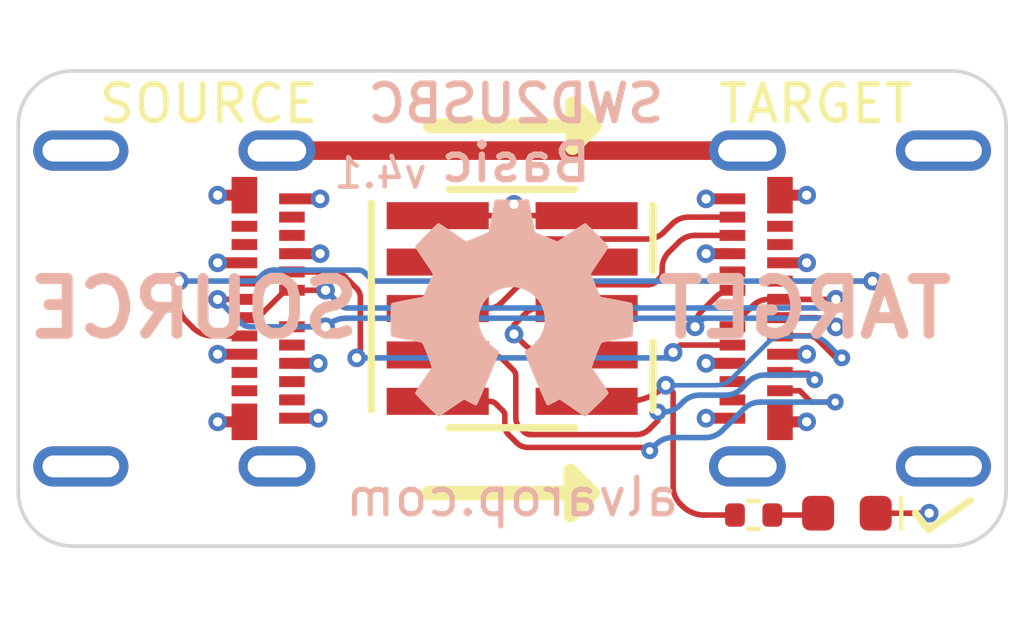
<source format=kicad_pcb>
(kicad_pcb (version 20240108) (generator "pcbnew") (generator_version "8.0")
  (title_block (title "SWD2USBC Basic") (date "2025-01-05") (rev "4.1") (company "alvarop.com"))
  (layers (0 "F.Cu" signal) (1 "In1.Cu" signal "GND") (2 "In2.Cu" signal "PWR") (31 "B.Cu" signal) (34 "B.Paste" user) (35 "F.Paste" user) (36 "B.SilkS" user "B.Silkscreen") (37 "F.SilkS" user "F.Silkscreen") (38 "B.Mask" user) (39 "F.Mask" user) (44 "Edge.Cuts" user))
  (net 0 "")
  (net 1 "VBUS")
  (net 2 "GND")
  (net 3 "Net-(D1-A)")
  (net 4 "/D+")
  (net 5 "/D-")
  (net 8 "/SWDIO")
  (net 9 "/SWDCLK")
  (net 10 "/SWO")
  (net 13 "/NRST")
  (net 14 "/CC1")
  (net 15 "/CC2")
  (net 16 "/SBU2")
  (net 19 "/SHIELD")
  (footprint "alvarop:MOLEX-1054500101" (layer "F.Cu") (at 174.93 100 90)
    (property "Reference" "J3" (hide yes))
    (property "Value" "USB_C_Receptacle" (hide yes))
    (pad "A1" smd rect (at -3 -0.41 90) (size 0.3 0.7) (layers "F.Cu" "F.Paste" "F.Mask") (net 2 "GND"))
    (pad "A2" smd rect (at -2.5 -0.41 90) (size 0.3 0.7) (layers "F.Cu" "F.Paste" "F.Mask"))
    (pad "A3" smd rect (at -2 -0.41 90) (size 0.3 0.7) (layers "F.Cu" "F.Paste" "F.Mask"))
    (pad "A4" smd rect (at -1.5 -0.41 90) (size 0.3 0.7) (layers "F.Cu" "F.Paste" "F.Mask") (net 1 "VBUS"))
    (pad "A5" smd rect (at -1 -0.41 90) (size 0.3 0.7) (layers "F.Cu" "F.Paste" "F.Mask") (net 14 "/CC1"))
    (pad "A6" smd rect (at -0.5 -0.41 90) (size 0.3 0.7) (layers "F.Cu" "F.Paste" "F.Mask") (net 4 "/D+"))
    (pad "A7" smd rect (at 0.5 -0.41 90) (size 0.3 0.7) (layers "F.Cu" "F.Paste" "F.Mask") (net 5 "/D-"))
    (pad "A8" smd rect (at 1 -0.41 90) (size 0.3 0.7) (layers "F.Cu" "F.Paste" "F.Mask"))
    (pad "A9" smd rect (at 1.5 -0.41 90) (size 0.3 0.7) (layers "F.Cu" "F.Paste" "F.Mask") (net 1 "VBUS"))
    (pad "A10" smd rect (at 2 -0.41 90) (size 0.3 0.7) (layers "F.Cu" "F.Paste" "F.Mask") (net 10 "/SWO"))
    (pad "A11" smd rect (at 2.5 -0.41 90) (size 0.3 0.7) (layers "F.Cu" "F.Paste" "F.Mask") (net 13 "/NRST"))
    (pad "A12" smd rect (at 3 -0.41 90) (size 0.3 0.7) (layers "F.Cu" "F.Paste" "F.Mask") (net 2 "GND"))
    (pad "B1" smd rect (at 3.1 0.89 90) (size 1 0.7) (layers "F.Cu" "F.Paste" "F.Mask") (net 2 "GND"))
    (pad "B2" smd rect (at 2.25 0.89 90) (size 0.3 0.7) (layers "F.Cu" "F.Paste" "F.Mask"))
    (pad "B3" smd rect (at 1.75 0.89 90) (size 0.3 0.7) (layers "F.Cu" "F.Paste" "F.Mask"))
    (pad "B4" smd rect (at 1.25 0.89 90) (size 0.3 0.7) (layers "F.Cu" "F.Paste" "F.Mask") (net 1 "VBUS"))
    (pad "B5" smd rect (at 0.75 0.89 90) (size 0.3 0.7) (layers "F.Cu" "F.Paste" "F.Mask") (net 15 "/CC2"))
    (pad "B6" smd rect (at 0.25 0.89 90) (size 0.3 0.7) (layers "F.Cu" "F.Paste" "F.Mask") (net 4 "/D+"))
    (pad "B7" smd rect (at -0.25 0.89 90) (size 0.3 0.7) (layers "F.Cu" "F.Paste" "F.Mask") (net 5 "/D-"))
    (pad "B8" smd rect (at -0.75 0.89 90) (size 0.3 0.7) (layers "F.Cu" "F.Paste" "F.Mask") (net 16 "/SBU2"))
    (pad "B9" smd rect (at -1.25 0.89 90) (size 0.3 0.7) (layers "F.Cu" "F.Paste" "F.Mask") (net 1 "VBUS"))
    (pad "B10" smd rect (at -1.75 0.89 90) (size 0.3 0.7) (layers "F.Cu" "F.Paste" "F.Mask") (net 9 "/SWDCLK"))
    (pad "B11" smd rect (at -2.25 0.89 90) (size 0.3 0.7) (layers "F.Cu" "F.Paste" "F.Mask") (net 8 "/SWDIO"))
    (pad "B12" smd rect (at -3.1 0.89 90) (size 1 0.7) (layers "F.Cu" "F.Paste" "F.Mask") (net 2 "GND"))
    (pad "S1" thru_hole oval (at -4.32 0 90) (size 1.1 2.1) (drill oval 0.6 1.6) (layers "*.Cu" "*.Mask") (net 19 "/SHIELD"))
    (pad "S1" thru_hole oval (at -4.32 5.36 90) (size 1.1 2.6) (drill oval 0.6 2.1) (layers "*.Cu" "*.Mask") (net 19 "/SHIELD"))
    (pad "S1" thru_hole oval (at 4.32 0 90) (size 1.1 2.1) (drill oval 0.6 1.6) (layers "*.Cu" "*.Mask") (net 19 "/SHIELD"))
    (pad "S1" thru_hole oval (at 4.32 5.36 90) (size 1.1 2.6) (drill oval 0.6 2.1) (layers "*.Cu" "*.Mask") (net 19 "/SHIELD"))
  )
  (footprint "snapeda:SAMTEC_FTSH-105-01-F-DV-P-TR" (layer "F.Cu") (at 168.5 100 90)
    (property "Reference" "J2" (hide yes))
    (property "Value" "Conn_ARM_JTAG_SWD_10" (hide yes))
    (fp_line (start 3.26 -1.715) (end 3.26 -1.715) (stroke (width 0.2)) (layer "F.SilkS"))
    (fp_line (start 3.26 -1.715) (end 3.26 1.715) (stroke (width 0.2)) (layer "F.SilkS"))
    (fp_line (start -3.26 -1.715) (end -3.26 -1.715) (stroke (width 0.2)) (layer "F.SilkS"))
    (fp_line (start 3.26 1.715) (end 3.26 1.715) (stroke (width 0.2)) (layer "F.SilkS"))
    (fp_line (start -3.26 1.715) (end -3.26 -1.715) (stroke (width 0.2)) (layer "F.SilkS"))
    (fp_line (start -3.26 1.715) (end -3.26 1.715) (stroke (width 0.2)) (layer "F.SilkS"))
    (pad "1" smd rect (at -2.54 2.035 90) (size 0.74 2.79) (layers "F.Cu" "F.Paste" "F.Mask") (net 16 "/SBU2"))
    (pad "2" smd rect (at -2.54 -2.035 90) (size 0.74 2.79) (layers "F.Cu" "F.Paste" "F.Mask") (net 8 "/SWDIO"))
    (pad "3" smd rect (at -1.27 2.035 90) (size 0.74 2.79) (layers "F.Cu" "F.Paste" "F.Mask") (net 2 "GND"))
    (pad "4" smd rect (at -1.27 -2.035 90) (size 0.74 2.79) (layers "F.Cu" "F.Paste" "F.Mask") (net 9 "/SWDCLK"))
    (pad "5" smd rect (at 0 2.035 90) (size 0.74 2.79) (layers "F.Cu" "F.Paste" "F.Mask") (net 2 "GND"))
    (pad "6" smd rect (at 0 -2.035 90) (size 0.74 2.79) (layers "F.Cu" "F.Paste" "F.Mask") (net 10 "/SWO"))
    (pad "7" smd rect (at 1.27 2.035 90) (size 0.74 2.79) (layers "F.Cu" "F.Paste" "F.Mask"))
    (pad "8" smd rect (at 1.27 -2.035 90) (size 0.74 2.79) (layers "F.Cu" "F.Paste" "F.Mask"))
    (pad "9" smd rect (at 2.54 2.035 90) (size 0.74 2.79) (layers "F.Cu" "F.Paste" "F.Mask") (net 2 "GND"))
    (pad "10" smd rect (at 2.54 -2.035 90) (size 0.74 2.79) (layers "F.Cu" "F.Paste" "F.Mask") (net 13 "/NRST"))
  )
  (footprint "LED_SMD:LED_0603_1608Metric" (layer "F.Cu") (at 177.65 105.6 180)
    (property "Reference" "D1" (hide yes))
    (property "Value" "GREEN")
    (fp_line (start -1.485 -0.425) (end -1.485 0.425) (stroke (width 0.12)) (layer "F.SilkS"))
    (pad "1" smd roundrect (at -0.7875 0 180) (size 0.875 0.95) (layers "F.Cu" "F.Paste" "F.Mask") (net 2 "GND"))
    (pad "2" smd roundrect (at 0.7875 0 180) (size 0.875 0.95) (layers "F.Cu" "F.Paste" "F.Mask") (net 3 "Net-(D1-A)"))
  )
  (footprint "Resistor_SMD:R_0402_1005Metric" (layer "F.Cu") (at 175.1 105.65)
    (property "Reference" "R1" (hide yes))
    (property "Value" "1k")
    (fp_line (start -0.153641 -0.38) (end 0.153641 -0.38) (stroke (width 0.12)) (layer "F.SilkS"))
    (fp_line (start -0.153641 0.38) (end 0.153641 0.38) (stroke (width 0.12)) (layer "F.SilkS"))
    (pad "1" smd roundrect (at -0.51 0) (size 0.54 0.64) (layers "F.Cu" "F.Paste" "F.Mask") (net 16 "/SBU2"))
    (pad "2" smd roundrect (at 0.51 0) (size 0.54 0.64) (layers "F.Cu" "F.Paste" "F.Mask") (net 3 "Net-(D1-A)"))
  )
  (footprint "alvarop:MOLEX-1054500101" (layer "F.Cu") (at 162.07 100 -90)
    (property "Reference" "J1" (hide yes))
    (property "Value" "USB_C_Receptacle" (hide yes))
    (pad "A1" smd rect (at -3 -0.41 270) (size 0.3 0.7) (layers "F.Cu" "F.Paste" "F.Mask") (net 2 "GND"))
    (pad "A2" smd rect (at -2.5 -0.41 270) (size 0.3 0.7) (layers "F.Cu" "F.Paste" "F.Mask"))
    (pad "A3" smd rect (at -2 -0.41 270) (size 0.3 0.7) (layers "F.Cu" "F.Paste" "F.Mask"))
    (pad "A4" smd rect (at -1.5 -0.41 270) (size 0.3 0.7) (layers "F.Cu" "F.Paste" "F.Mask") (net 1 "VBUS"))
    (pad "A5" smd rect (at -1 -0.41 270) (size 0.3 0.7) (layers "F.Cu" "F.Paste" "F.Mask") (net 14 "/CC1"))
    (pad "A6" smd rect (at -0.5 -0.41 270) (size 0.3 0.7) (layers "F.Cu" "F.Paste" "F.Mask") (net 4 "/D+"))
    (pad "A7" smd rect (at 0.5 -0.41 270) (size 0.3 0.7) (layers "F.Cu" "F.Paste" "F.Mask") (net 5 "/D-"))
    (pad "A8" smd rect (at 1 -0.41 270) (size 0.3 0.7) (layers "F.Cu" "F.Paste" "F.Mask"))
    (pad "A9" smd rect (at 1.5 -0.41 270) (size 0.3 0.7) (layers "F.Cu" "F.Paste" "F.Mask") (net 1 "VBUS"))
    (pad "A10" smd rect (at 2 -0.41 270) (size 0.3 0.7) (layers "F.Cu" "F.Paste" "F.Mask"))
    (pad "A11" smd rect (at 2.5 -0.41 270) (size 0.3 0.7) (layers "F.Cu" "F.Paste" "F.Mask"))
    (pad "A12" smd rect (at 3 -0.41 270) (size 0.3 0.7) (layers "F.Cu" "F.Paste" "F.Mask") (net 2 "GND"))
    (pad "B1" smd rect (at 3.1 0.89 270) (size 1 0.7) (layers "F.Cu" "F.Paste" "F.Mask") (net 2 "GND"))
    (pad "B2" smd rect (at 2.25 0.89 270) (size 0.3 0.7) (layers "F.Cu" "F.Paste" "F.Mask"))
    (pad "B3" smd rect (at 1.75 0.89 270) (size 0.3 0.7) (layers "F.Cu" "F.Paste" "F.Mask"))
    (pad "B4" smd rect (at 1.25 0.89 270) (size 0.3 0.7) (layers "F.Cu" "F.Paste" "F.Mask") (net 1 "VBUS"))
    (pad "B5" smd rect (at 0.75 0.89 270) (size 0.3 0.7) (layers "F.Cu" "F.Paste" "F.Mask") (net 15 "/CC2"))
    (pad "B6" smd rect (at 0.25 0.89 270) (size 0.3 0.7) (layers "F.Cu" "F.Paste" "F.Mask") (net 4 "/D+"))
    (pad "B7" smd rect (at -0.25 0.89 270) (size 0.3 0.7) (layers "F.Cu" "F.Paste" "F.Mask") (net 5 "/D-"))
    (pad "B8" smd rect (at -0.75 0.89 270) (size 0.3 0.7) (layers "F.Cu" "F.Paste" "F.Mask"))
    (pad "B9" smd rect (at -1.25 0.89 270) (size 0.3 0.7) (layers "F.Cu" "F.Paste" "F.Mask") (net 1 "VBUS"))
    (pad "B10" smd rect (at -1.75 0.89 270) (size 0.3 0.7) (layers "F.Cu" "F.Paste" "F.Mask"))
    (pad "B11" smd rect (at -2.25 0.89 270) (size 0.3 0.7) (layers "F.Cu" "F.Paste" "F.Mask"))
    (pad "B12" smd rect (at -3.1 0.89 270) (size 1 0.7) (layers "F.Cu" "F.Paste" "F.Mask") (net 2 "GND"))
    (pad "S1" thru_hole oval (at -4.32 0 270) (size 1.1 2.1) (drill oval 0.6 1.6) (layers "*.Cu" "*.Mask") (net 19 "/SHIELD"))
    (pad "S1" thru_hole oval (at -4.32 5.36 270) (size 1.1 2.6) (drill oval 0.6 2.1) (layers "*.Cu" "*.Mask") (net 19 "/SHIELD"))
    (pad "S1" thru_hole oval (at 4.32 0 270) (size 1.1 2.1) (drill oval 0.6 1.6) (layers "*.Cu" "*.Mask") (net 19 "/SHIELD"))
    (pad "S1" thru_hole oval (at 4.32 5.36 270) (size 1.1 2.6) (drill oval 0.6 2.1) (layers "*.Cu" "*.Mask") (net 19 "/SHIELD"))
  )
  (footprint "Symbol:OSHW-Symbol_6.7x6mm_SilkScreen" (layer "B.Cu") (at 168.5 100 180)
    (property "Reference" "REF**" (hide yes))
    (property "Value" "OSHW-Symbol_6.7x6mm_SilkScreen" (hide yes))
    (fp_poly (pts (xy 0.555814 2.531069) (xy 0.639635 2.086445) (xy 0.94892 1.958947) (xy 1.258206 1.831449) (xy 1.629246 2.083754) (xy 1.733157 2.154004) (xy 1.827087 2.216728) (xy 1.906652 2.269062) (xy 1.96747 2.308143) (xy 2.005157 2.331107) (xy 2.015421 2.336058) (xy 2.03391 2.323324) (xy 2.07342 2.288118) (xy 2.129522 2.234938) (xy 2.197787 2.168282) (xy 2.273786 2.092646) (xy 2.353092 2.012528) (xy 2.431275 1.932426) (xy 2.503907 1.856836) (xy 2.566559 1.790255) (xy 2.614803 1.737182) (xy 2.64421 1.702113) (xy 2.651241 1.690377) (xy 2.641123 1.66874) (xy 2.612759 1.621338) (xy 2.569129 1.552807) (xy 2.513218 1.467785) (xy 2.448006 1.370907) (xy 2.410219 1.31565) (xy 2.341343 1.214752) (xy 2.28014 1.123701) (xy 2.229578 1.04703) (xy 2.192628 0.989272) (xy 2.172258 0.954957) (xy 2.169197 0.947746) (xy 2.176136 0.927252) (xy 2.195051 0.879487) (xy 2.223087 0.811168) (xy 2.257391 0.729011) (xy 2.295109 0.63973) (xy 2.333387 0.550042) (xy 2.36937 0.466662) (xy 2.400206 0.396306) (xy 2.423039 0.34569) (xy 2.435017 0.321529) (xy 2.435724 0.320578) (xy 2.454531 0.315964) (xy 2.504618 0.305672) (xy 2.580793 0.290713) (xy 2.677865 0.272099) (xy 2.790643 0.250841) (xy 2.856442 0.238582) (xy 2.97695 0.215638) (xy 3.085797 0.193805) (xy 3.177476 0.174278) (xy 3.246481 0.158252) (xy 3.287304 0.146921) (xy 3.295511 0.143326) (xy 3.303548 0.118994) (xy 3.310033 0.064041) (xy 3.31497 -0.015108) (xy 3.318364 -0.112026) (xy 3.320218 -0.220287) (xy 3.320538 -0.333465) (xy 3.319327 -0.445135) (xy 3.31659 -0.548868) (xy 3.312331 -0.638241) (xy 3.306555 -0.706826) (xy 3.299267 -0.748197) (xy 3.294895 -0.75681) (xy 3.268764 -0.767133) (xy 3.213393 -0.781892) (xy 3.136107 -0.799352) (xy 3.04423 -0.81778) (xy 3.012158 -0.823741) (xy 2.857524 -0.852066) (xy 2.735375 -0.874876) (xy 2.641673 -0.89308) (xy 2.572384 -0.907583) (xy 2.523471 -0.919292) (xy 2.490897 -0.929115) (xy 2.470628 -0.937956) (xy 2.458626 -0.946724) (xy 2.456947 -0.948457) (xy 2.440184 -0.976371) (xy 2.414614 -1.030695) (xy 2.382788 -1.104777) (xy 2.34726 -1.191965) (xy 2.310583 -1.285608) (xy 2.275311 -1.379052) (xy 2.243996 -1.465647) (xy 2.219193 -1.53874) (xy 2.203454 -1.591678) (xy 2.199332 -1.617811) (xy 2.199676 -1.618726) (xy 2.213641 -1.640086) (xy 2.245322 -1.687084) (xy 2.291391 -1.754827) (xy 2.348518 -1.838423) (xy 2.413373 -1.932982) (xy 2.431843 -1.959854) (xy 2.497699 -2.057275) (xy 2.55565 -2.146163) (xy 2.602538 -2.221412) (xy 2.635207 -2.27792) (xy 2.6505 -2.310581) (xy 2.651241 -2.314593) (xy 2.638392 -2.335684) (xy 2.602888 -2.377464) (xy 2.549293 -2.435445) (xy 2.482171 -2.505135) (xy 2.406087 -2.582045) (xy 2.325604 -2.661683) (xy 2.245287 -2.739561) (xy 2.169699 -2.811186) (xy 2.103405 -2.87207) (xy 2.050969 -2.917721) (xy 2.016955 -2.94365) (xy 2.007545 -2.947883) (xy 1.985643 -2.937912) (xy 1.9408 -2.91102) (xy 1.880321 -2.871736) (xy 1.833789 -2.840117) (xy 1.749475 -2.782098) (xy 1.649626 -2.713784) (xy 1.549473 -2.645579) (xy 1.495627 -2.609075) (xy 1.313371 -2.4858) (xy 1.160381 -2.56852) (xy 1.090682 -2.604759) (xy 1.031414 -2.632926) (xy 0.991311 -2.648991) (xy 0.981103 -2.651226) (xy 0.968829 -2.634722) (xy 0.944613 -2.588082) (xy 0.910263 -2.515609) (xy 0.867588 -2.421606) (xy 0.818394 -2.310374) (xy 0.76449 -2.186215) (xy 0.707684 -2.053432) (xy 0.649782 -1.916327) (xy 0.592593 -1.779202) (xy 0.537924 -1.646358) (xy 0.487584 -1.522098) (xy 0.44338 -1.410725) (xy 0.407119 -1.316539) (xy 0.380609 -1.243844) (xy 0.365658 -1.196941) (xy 0.363254 -1.180833) (xy 0.382311 -1.160286) (xy 0.424036 -1.126933) (xy 0.479706 -1.087702) (xy 0.484378 -1.084599) (xy 0.628264 -0.969423) (xy 0.744283 -0.835053) (xy 0.83143 -0.685784) (xy 0.888699 -0.525913) (xy 0.915086 -0.359737) (xy 0.909585 -0.191552) (xy 0.87119 -0.025655) (xy 0.798895 0.133658) (xy 0.777626 0.168513) (xy 0.666996 0.309263) (xy 0.536302 0.422286) (xy 0.390064 0.506997) (xy 0.232808 0.562806) (xy 0.069057 0.589126) (xy -0.096667 0.58537) (xy -0.259838 0.55095) (xy -0.415935 0.485277) (xy -0.560433 0.387765) (xy -0.605131 0.348187) (xy -0.718888 0.224297) (xy -0.801782 0.093876) (xy -0.858644 -0.052315) (xy -0.890313 -0.197088) (xy -0.898131 -0.35986) (xy -0.872062 -0.52344) (xy -0.814755 -0.682298) (xy -0.728856 -0.830906) (xy -0.617014 -0.963735) (xy -0.481877 -1.075256) (xy -0.464117 -1.087011) (xy -0.40785 -1.125508) (xy -0.365077 -1.158863) (xy -0.344628 -1.18016) (xy -0.344331 -1.180833) (xy -0.348721 -1.203871) (xy -0.366124 -1.256157) (xy -0.394732 -1.33339) (xy -0.432735 -1.431268) (xy -0.478326 -1.545491) (xy -0.529697 -1.671758) (xy -0.585038 -1.805767) (xy -0.642542 -1.943218) (xy -0.700399 -2.079808) (xy -0.756802 -2.211237) (xy -0.809942 -2.333205) (xy -0.85801 -2.441409) (xy -0.899199 -2.531549) (xy -0.931699 -2.599323) (xy -0.953703 -2.64043) (xy -0.962564 -2.651226) (xy -0.98964 -2.642819) (xy -1.040303 -2.620272) (xy -1.105817 -2.587613) (xy -1.141841 -2.56852) (xy -1.294832 -2.4858) (xy -1.477088 -2.609075) (xy -1.570125 -2.672228) (xy -1.671985 -2.741727) (xy -1.767438 -2.807165) (xy -1.81525 -2.840117) (xy -1.882495 -2.885273) (xy -1.939436 -2.921057) (xy -1.978646 -2.942938) (xy -1.991381 -2.947563) (xy -2.009917 -2.935085) (xy -2.050941 -2.900252) (xy -2.110475 -2.846678) (xy -2.184542 -2.777983) (xy -2.269165 -2.697781) (xy -2.322685 -2.646286) (xy -2.416319 -2.554286) (xy -2.497241 -2.471999) (xy -2.562177 -2.402945) (xy -2.607858 -2.350644) (xy -2.631011 -2.318616) (xy -2.633232 -2.312116) (xy -2.622924 -2.287394) (xy -2.594439 -2.237405) (xy -2.550937 -2.167212) (xy -2.495577 -2.081875) (xy -2.43152 -1.986456) (xy -2.413303 -1.959854) (xy -2.346927 -1.863167) (xy -2.287378 -1.776117) (xy -2.237984 -1.703595) (xy -2.202075 -1.650493) (xy -2.182981 -1.621703) (xy -2.181136 -1.618726) (xy -2.183895 -1.595782) (xy -2.198538 -1.545336) (xy -2.222513 -1.474041) (xy -2.253266 -1.388547) (xy -2.288244 -1.295507) (xy -2.324893 -1.201574) (xy -2.360661 -1.113399) (xy -2.392994 -1.037634) (xy -2.419338 -0.980931) (xy -2.437142 -0.949943) (xy -2.438407 -0.948457) (xy -2.449294 -0.939601) (xy -2.467682 -0.930843) (xy -2.497606 -0.921277) (xy -2.543103 -0.909996) (xy -2.608209 -0.896093) (xy -2.696961 -0.878663) (xy -2.813393 -0.856798) (xy -2.961542 -0.829591) (xy -2.993618 -0.823741) (xy -3.088686 -0.805374) (xy -3.171565 -0.787405) (xy -3.23493 -0.771569) (xy -3.271458 -0.7596) (xy -3.276356 -0.75681) (xy -3.284427 -0.732072) (xy -3.290987 -0.67679) (xy -3.296033 -0.597389) (xy -3.299559 -0.500296) (xy -3.301561 -0.391938) (xy -3.302036 -0.27874) (xy -3.300977 -0.167128) (xy -3.298382 -0.063529) (xy -3.294246 0.025632) (xy -3.288563 0.093928) (xy -3.281331 0.134934) (xy -3.276971 0.143326) (xy -3.252698 0.151792) (xy -3.197426 0.165565) (xy -3.116662 0.18345) (xy -3.015912 0.204252) (xy -2.900683 0.226777) (xy -2.837902 0.238582) (xy -2.718787 0.260849) (xy -2.612565 0.281021) (xy -2.524427 0.298085) (xy -2.459566 0.311031) (xy -2.423174 0.318845) (xy -2.417184 0.320578) (xy -2.407061 0.34011) (xy -2.385662 0.387157) (xy -2.355839 0.454997) (xy -2.320445 0.536909) (xy -2.282332 0.626172) (xy -2.244353 0.716065) (xy -2.20936 0.799865) (xy -2.180206 0.870853) (xy -2.159743 0.922306) (xy -2.150823 0.947503) (xy -2.150657 0.948604) (xy -2.160769 0.968481) (xy -2.189117 1.014223) (xy -2.232723 1.081283) (xy -2.288606 1.165116) (xy -2.353787 1.261174) (xy -2.391679 1.31635) (xy -2.460725 1.417519) (xy -2.52205 1.50937) (xy -2.572663 1.587256) (xy -2.609571 1.646531) (xy -2.629782 1.682549) (xy -2.632701 1.690623) (xy -2.620153 1.709416) (xy -2.585463 1.749543) (xy -2.533063 1.806507) (xy -2.467384 1.875815) (xy -2.392856 1.952969) (xy -2.313913 2.033475) (xy -2.234983 2.112837) (xy -2.1605 2.18656) (xy -2.094894 2.250148) (xy -2.042596 2.299106) (xy -2.008039 2.328939) (xy -1.996478 2.336058) (xy -1.977654 2.326047) (xy -1.932631 2.297922) (xy -1.865787 2.254546) (xy -1.781499 2.198782) (xy -1.684144 2.133494) (xy -1.610707 2.083754) (xy -1.239667 1.831449) (xy -0.621095 2.086445) (xy -0.537275 2.531069) (xy -0.453454 2.975693) (xy 0.471994 2.975693) (xy 0.555814 2.531069)) (stroke (width 0.01)) (fill solid) (layer "B.SilkS"))
  )
  (gr_line (start 170.75 95) (end 170.15 95.6) (stroke (width 0.4)) (layer "F.SilkS"))
  (gr_line (start 172.35 98.975) (end 172.35 97.175) (stroke (width 0.2)) (layer "F.SilkS"))
  (gr_line (start 170.7 105.05) (end 170.1 105.65) (stroke (width 0.4)) (layer "F.SilkS"))
  (gr_line (start 170.7 105.05) (end 170.1 104.45) (stroke (width 0.4)) (layer "F.SilkS"))
  (gr_line (start 170.75 95) (end 170.15 94.4) (stroke (width 0.4)) (layer "F.SilkS"))
  (gr_line (start 164.65 102.775) (end 164.65 97.125) (stroke (width 0.2)) (layer "F.SilkS"))
  (gr_line (start 170.1 105.65) (end 170.1 104.45) (stroke (width 0.4)) (layer "F.SilkS"))
  (gr_line (start 179.875 106.05) (end 181.025 105.25) (stroke (width 0.2)) (layer "F.SilkS"))
  (gr_line (start 179.525 105.6) (end 179.875 106.05) (stroke (width 0.2)) (layer "F.SilkS"))
  (gr_line (start 166.25 95) (end 170.75 95) (stroke (width 0.4)) (layer "F.SilkS"))
  (gr_line (start 170.15 95.6) (end 170.15 94.4) (stroke (width 0.4)) (layer "F.SilkS"))
  (gr_line (start 166.2 105.05) (end 170.7 105.05) (stroke (width 0.4)) (layer "F.SilkS"))
  (gr_line (start 172.35 100.925) (end 172.35 102.775) (stroke (width 0.2)) (layer "F.SilkS"))
  (gr_line (start 180.5 106.5) (end 156.5 106.5) (stroke (width 0.1)) (layer "Edge.Cuts"))
  (gr_arc (start 156.5 106.5) (mid 155.43934 106.06066) (end 155 105) (stroke (width 0.1)) (layer "Edge.Cuts"))
  (gr_arc (start 155 95) (mid 155.43934 93.93934) (end 156.5 93.5) (stroke (width 0.1)) (layer "Edge.Cuts"))
  (gr_arc (start 180.5 93.5) (mid 181.56066 93.93934) (end 182 95) (stroke (width 0.1)) (layer "Edge.Cuts"))
  (gr_line (start 182 95) (end 182 105) (stroke (width 0.1)) (layer "Edge.Cuts"))
  (gr_arc (start 182 105) (mid 181.56066 106.06066) (end 180.5 106.5) (stroke (width 0.1)) (layer "Edge.Cuts"))
  (gr_line (start 155 105) (end 155 95) (stroke (width 0.1)) (layer "Edge.Cuts"))
  (gr_line (start 156.5 93.5) (end 180.5 93.5) (stroke (width 0.1)) (layer "Edge.Cuts"))
  (gr_text "alvarop.com" (at 168.5 105.16 0) (layer "B.SilkS") (effects (font (size 1 1) (thickness 0.142857)) (justify mirror)))
  (gr_text "v${REVISION}" (at 164.9 96.3 0) (layer "B.SilkS") (effects (font (size 0.8 0.8) (thickness 0.125)) (justify mirror)))
  (gr_text "TARGET" (at 176.5 100 0) (layer "B.SilkS") (effects (font (size 1.5 1.5) (thickness 0.3) (bold yes)) (justify mirror)))
  (gr_text "SWD2USBC\nBasic" (at 168.6 95.2 0) (layer "B.SilkS") (effects (font (size 1 1) (thickness 0.175)) (justify mirror)))
  (gr_text "SOURCE" (at 159.8 100 0) (layer "B.SilkS") (effects (font (size 1.5 1.5) (thickness 0.3) (bold yes)) (justify mirror)))
  (gr_text "TARGET" (at 176.8 94.4 0) (layer "F.SilkS") (effects (font (size 1 1))))
  (gr_text "SOURCE" (at 160.2 94.4 0) (layer "F.SilkS") (effects (font (size 1 1))))
  (segment (start 174.52 98.5) (end 173.8 98.5) (width 0.3) (layer "F.Cu") (net 1))
  (segment (start 161.18 101.25) (end 160.45 101.25) (width 0.3) (layer "F.Cu") (net 1))
  (segment (start 174.52 101.5) (end 173.8 101.5) (width 0.3) (layer "F.Cu") (net 1))
  (segment (start 175.82 101.25) (end 176.55 101.25) (width 0.3) (layer "F.Cu") (net 1))
  (segment (start 175.82 98.75) (end 176.55 98.75) (width 0.3) (layer "F.Cu") (net 1))
  (segment (start 161.18 98.75) (end 160.45 98.75) (width 0.3) (layer "F.Cu") (net 1))
  (segment (start 162.48 98.5) (end 163.25 98.5) (width 0.3) (layer "F.Cu") (net 1))
  (segment (start 162.48 101.5) (end 163.2 101.5) (width 0.3) (layer "F.Cu") (net 1))
  (via (at 160.45 98.75) (size 0.508) (drill 0.254) (layers "F.Cu" "B.Cu") (net 1))
  (via (at 160.45 101.25) (size 0.508) (drill 0.254) (layers "F.Cu" "B.Cu") (net 1))
  (via (at 173.8 101.5) (size 0.508) (drill 0.254) (layers "F.Cu" "B.Cu") (net 1))
  (via (at 176.55 101.25) (size 0.508) (drill 0.254) (layers "F.Cu" "B.Cu") (net 1))
  (via (at 163.25 98.5) (size 0.508) (drill 0.254) (layers "F.Cu" "B.Cu") (net 1))
  (via (at 173.8 98.5) (size 0.508) (drill 0.254) (layers "F.Cu" "B.Cu") (net 1))
  (via (at 176.55 98.75) (size 0.508) (drill 0.254) (layers "F.Cu" "B.Cu") (net 1))
  (via (at 163.2 101.5) (size 0.508) (drill 0.254) (layers "F.Cu" "B.Cu") (net 1))
  (segment (start 175.82 96.9) (end 176.55 96.9) (width 0.3) (layer "F.Cu") (net 2))
  (segment (start 175.82 103.1) (end 176.55 103.1) (width 0.3) (layer "F.Cu") (net 2))
  (segment (start 174.52 97) (end 173.8 97) (width 0.3) (layer "F.Cu") (net 2))
  (segment (start 174.52 103) (end 173.8 103) (width 0.3) (layer "F.Cu") (net 2))
  (segment (start 162.48 97) (end 163.25 97) (width 0.3) (layer "F.Cu") (net 2))
  (segment (start 178.4375 105.6) (end 179.9 105.6) (width 0.1524) (layer "F.Cu") (net 2))
  (segment (start 162.48 103) (end 163.2 103) (width 0.3) (layer "F.Cu") (net 2))
  (segment (start 168.55 97.15) (end 168.697365 97.297365) (width 0.1524) (layer "F.Cu") (net 2))
  (segment (start 170.535 97.46) (end 169.09 97.46) (width 0.1524) (layer "F.Cu") (net 2))
  (segment (start 169.572548 101.27) (end 170.535 101.27) (width 0.1524) (layer "F.Cu") (net 2))
  (segment (start 168.55 100.7) (end 168.55 100.45) (width 0.1524) (layer "F.Cu") (net 2))
  (segment (start 161.18 96.9) (end 160.45 96.9) (width 0.3) (layer "F.Cu") (net 2))
  (segment (start 168.8 100.95) (end 168.55 100.7) (width 0.1524) (layer "F.Cu") (net 2))
  (segment (start 168.55 100.45) (end 168.875 100.125) (width 0.1524) (layer "F.Cu") (net 2))
  (segment (start 169.176776 100) (end 170.535 100) (width 0.1524) (layer "F.Cu") (net 2))
  (segment (start 161.18 103.1) (end 160.45 103.1) (width 0.3) (layer "F.Cu") (net 2))
  (via (at 173.8 103) (size 0.508) (drill 0.254) (layers "F.Cu" "B.Cu") (net 2))
  (via (at 179.9 105.6) (size 0.508) (drill 0.254) (layers "F.Cu" "B.Cu") (net 2))
  (via (at 176.55 96.9) (size 0.508) (drill 0.254) (layers "F.Cu" "B.Cu") (net 2))
  (via (at 173.8 97) (size 0.508) (drill 0.254) (layers "F.Cu" "B.Cu") (net 2))
  (via (at 160.45 96.9) (size 0.508) (drill 0.254) (layers "F.Cu" "B.Cu") (net 2))
  (via (at 168.55 97.15) (size 0.508) (drill 0.254) (layers "F.Cu" "B.Cu") (net 2))
  (via (at 163.25 97) (size 0.508) (drill 0.254) (layers "F.Cu" "B.Cu") (net 2))
  (via (at 163.2 103) (size 0.508) (drill 0.254) (layers "F.Cu" "B.Cu") (net 2))
  (via (at 168.55 100.7) (size 0.508) (drill 0.254) (layers "F.Cu" "B.Cu") (net 2))
  (via (at 160.45 103.1) (size 0.508) (drill 0.254) (layers "F.Cu" "B.Cu") (net 2))
  (via (at 176.55 103.1) (size 0.508) (drill 0.254) (layers "F.Cu" "B.Cu") (net 2))
  (arc (start 168.8 100.95) (mid 169.154448 101.186835) (end 169.572548 101.27) (width 0.1524) (layer "F.Cu") (net 2))
  (arc (start 168.697365 97.297365) (mid 168.877507 97.417732) (end 169.09 97.46) (width 0.1524) (layer "F.Cu") (net 2))
  (arc (start 168.875 100.125) (mid 169.013456 100.032487) (end 169.176776 100) (width 0.1524) (layer "F.Cu") (net 2))
  (segment (start 175.61 105.65) (end 176.8125 105.65) (width 0.1524) (layer "F.Cu") (net 3))
  (segment (start 176.8125 105.65) (end 176.8625 105.6) (width 0.1524) (layer "F.Cu") (net 3))
  (segment (start 161.7 100.1) (end 162.17272 99.62728) (width 0.1524) (layer "F.Cu") (net 4))
  (segment (start 175.497487 99.75) (end 175.82 99.75) (width 0.1524) (layer "F.Cu") (net 4))
  (segment (start 163.15 99.5) (end 163.4 99.5) (width 0.1524) (layer "F.Cu") (net 4))
  (segment (start 163.15 99.5) (end 162.48 99.5) (width 0.1524) (layer "F.Cu") (net 4))
  (segment (start 174.534142 100.465858) (end 175.075 99.925) (width 0.1524) (layer "F.Cu") (net 4))
  (segment (start 175.82 99.75) (end 177.348 99.75) (width 0.1524) (layer "F.Cu") (net 4))
  (segment (start 161.18 100.25) (end 161.337868 100.25) (width 0.1524) (layer "F.Cu") (net 4))
  (segment (start 177.348 99.75) (end 177.35 99.748) (width 0.1524) (layer "F.Cu") (net 4))
  (via (at 163.4 99.5) (size 0.508) (drill 0.254) (layers "F.Cu" "B.Cu") (net 4))
  (via (at 177.35 99.748) (size 0.508) (drill 0.254) (layers "F.Cu" "B.Cu") (net 4))
  (arc (start 162.17272 99.62728) (mid 162.313701 99.533079) (end 162.48 99.5) (width 0.1524) (layer "F.Cu") (net 4))
  (arc (start 161.337868 100.25) (mid 161.533852 100.211016) (end 161.7 100.1) (width 0.1524) (layer "F.Cu") (net 4))
  (arc (start 174.52 100.5) (mid 174.523675 100.481523) (end 174.534142 100.465858) (width 0.1524) (layer "F.Cu") (net 4))
  (arc (start 175.075 99.925) (mid 175.268839 99.795481) (end 175.497487 99.75) (width 0.1524) (layer "F.Cu") (net 4))
  (segment (start 163.9853 99.9853) (end 176.9353 99.9853) (width 0.1524) (layer "B.Cu") (net 4))
  (segment (start 177.23814 99.859859) (end 177.35 99.748) (width 0.1524) (layer "B.Cu") (net 4))
  (segment (start 163.81459 99.914589) (end 163.4 99.5) (width 0.1524) (layer "B.Cu") (net 4))
  (arc (start 163.9853 99.9853) (mid 163.892912 99.966923) (end 163.81459 99.914589) (width 0.1524) (layer "B.Cu") (net 4))
  (arc (start 176.9353 99.9853) (mid 177.099196 99.952699) (end 177.23814 99.859859) (width 0.1524) (layer "B.Cu") (net 4))
  (segment (start 175.82 100.25) (end 176.741619 100.25) (width 0.1524) (layer "F.Cu") (net 5))
  (segment (start 161.18 99.75) (end 160.45 99.75) (width 0.1524) (layer "F.Cu") (net 5))
  (segment (start 174.059081 99.690919) (end 173.676777 100.073223) (width 0.1524) (layer "F.Cu") (net 5))
  (segment (start 162.48 100.5) (end 163.4 100.5) (width 0.1524) (layer "F.Cu") (net 5))
  (via (at 177.35 100.502) (size 0.508) (drill 0.254) (layers "F.Cu" "B.Cu") (net 5))
  (via (at 173.5 100.5) (size 0.508) (drill 0.254) (layers "F.Cu" "B.Cu") (net 5))
  (via (at 163.4 100.5) (size 0.508) (drill 0.254) (layers "F.Cu" "B.Cu") (net 5))
  (via (at 160.45 99.75) (size 0.508) (drill 0.254) (layers "F.Cu" "B.Cu") (net 5))
  (arc (start 176.741619 100.25) (mid 177.070872 100.315493) (end 177.35 100.502) (width 0.1524) (layer "F.Cu") (net 5))
  (arc (start 174.52 99.5) (mid 174.270552 99.549618) (end 174.059081 99.690919) (width 0.1524) (layer "F.Cu") (net 5))
  (arc (start 173.676777 100.073223) (mid 173.545943 100.26903) (end 173.5 100.5) (width 0.1524) (layer "F.Cu") (net 5))
  (segment (start 173.7853 100.2647) (end 176.9147 100.2647) (width 0.1524) (layer "B.Cu") (net 5))
  (segment (start 161.341421 100.5) (end 163.4 100.5) (width 0.1524) (layer "B.Cu") (net 5))
  (segment (start 160.45 99.75) (end 161.1 100.4) (width 0.1524) (layer "B.Cu") (net 5))
  (segment (start 177.252707 100.404707) (end 177.35 100.502) (width 0.1524) (layer "B.Cu") (net 5))
  (segment (start 173.5 100.5) (end 173.7353 100.2647) (width 0.1524) (layer "B.Cu") (net 5))
  (segment (start 173.7353 100.2647) (end 173.7853 100.2647) (width 0.1524) (layer "B.Cu") (net 5))
  (segment (start 173.7853 100.2647) (end 163.968064 100.2647) (width 0.1524) (layer "B.Cu") (net 5))
  (arc (start 163.968064 100.2647) (mid 163.66063 100.325852) (end 163.4 100.5) (width 0.1524) (layer "B.Cu") (net 5))
  (arc (start 161.1 100.4) (mid 161.210765 100.474011) (end 161.341421 100.5) (width 0.1524) (layer "B.Cu") (net 5))
  (arc (start 176.9147 100.2647) (mid 177.097628 100.301087) (end 177.252707 100.404707) (width 0.1524) (layer "B.Cu") (net 5))
  (segment (start 168.1 102.65) (end 168.25 102.8) (width 0.1524) (layer "F.Cu") (net 8))
  (segment (start 168.3 102.92071) (end 168.3 103.2) (width 0.1524) (layer "F.Cu") (net 8))
  (segment (start 168.926776 103.8) (end 172.05 103.8) (width 0.1524) (layer "F.Cu") (net 8))
  (segment (start 172.17 103.8) (end 172.26 103.89) (width 0.1524) (layer "F.Cu") (net 8))
  (segment (start 168.406066 103.456066) (end 168.625 103.675) (width 0.1524) (layer "F.Cu") (net 8))
  (segment (start 176.36 102.25) (end 175.82 102.25) (width 0.1524) (layer "F.Cu") (net 8))
  (segment (start 172.05 103.8) (end 172.17 103.8) (width 0.1524) (layer "F.Cu") (net 8))
  (segment (start 177.33 102.56) (end 176.67 102.56) (width 0.1524) (layer "F.Cu") (net 8))
  (segment (start 168.06071 102.610711) (end 168.1 102.65) (width 0.1524) (layer "F.Cu") (net 8))
  (segment (start 176.67 102.56) (end 176.36 102.25) (width 0.1524) (layer "F.Cu") (net 8))
  (segment (start 166.465 102.54) (end 167.89 102.54) (width 0.1524) (layer "F.Cu") (net 8))
  (via (at 177.33 102.56) (size 0.46) (drill 0.2) (layers "F.Cu" "B.Cu") (net 8))
  (via (at 172.26 103.89) (size 0.46) (drill 0.2) (layers "F.Cu" "B.Cu") (net 8))
  (arc (start 168.25 102.8) (mid 168.287005 102.855382) (end 168.3 102.92071) (width 0.1524) (layer "F.Cu") (net 8))
  (arc (start 168.3 103.2) (mid 168.327566 103.338582) (end 168.406066 103.456066) (width 0.1524) (layer "F.Cu") (net 8))
  (arc (start 167.89 102.54) (mid 167.982388 102.558377) (end 168.06071 102.610711) (width 0.1524) (layer "F.Cu") (net 8))
  (arc (start 168.625 103.675) (mid 168.763456 103.767513) (end 168.926776 103.8) (width 0.1524) (layer "F.Cu") (net 8))
  (segment (start 174.235987 103.344013) (end 174.834013 102.745987) (width 0.1524) (layer "B.Cu") (net 8))
  (segment (start 172.26 103.89) (end 172.434013 103.715987) (width 0.1524) (layer "B.Cu") (net 8))
  (segment (start 175.283026 102.56) (end 177.33 102.56) (width 0.1524) (layer "B.Cu") (net 8))
  (segment (start 172.883026 103.53) (end 173.623026 103.53) (width 0.1524) (layer "B.Cu") (net 8))
  (segment (start 173.623026 103.53) (end 173.786974 103.53) (width 0.1524) (layer "B.Cu") (net 8))
  (arc (start 173.786974 103.53) (mid 174.029978 103.481664) (end 174.235987 103.344013) (width 0.1524) (layer "B.Cu") (net 8))
  (arc (start 175.283026 102.56) (mid 175.040022 102.608336) (end 174.834013 102.745987) (width 0.1524) (layer "B.Cu") (net 8))
  (arc (start 172.434013 103.715987) (mid 172.640022 103.578336) (end 172.883026 103.53) (width 0.1524) (layer "B.Cu") (net 8))
  (segment (start 168.706066 103.256066) (end 168.825 103.375) (width 0.1524) (layer "F.Cu") (net 9))
  (segment (start 175.84 101.77) (end 175.82 101.75) (width 0.1524) (layer "F.Cu") (net 9))
  (segment (start 168.261422 101.411421) (end 168.475 101.625) (width 0.1524) (layer "F.Cu") (net 9))
  (segment (start 168.6 101.85) (end 168.6 103) (width 0.1524) (layer "F.Cu") (net 9))
  (segment (start 168.475 101.625) (end 168.529289 101.67929) (width 0.1524) (layer "F.Cu") (net 9))
  (segment (start 169.006066 103.45) (end 171.887868 103.45) (width 0.1524) (layer "F.Cu") (net 9))
  (segment (start 172.48 103.07) (end 172.48 102.83) (width 0.1524) (layer "F.Cu") (net 9))
  (segment (start 172.25 103.3) (end 172.48 103.07) (width 0.1524) (layer "F.Cu") (net 9))
  (segment (start 176.59 101.77) (end 175.84 101.77) (width 0.1524) (layer "F.Cu") (net 9))
  (segment (start 166.465 101.27) (end 167.92 101.27) (width 0.1524) (layer "F.Cu") (net 9))
  (segment (start 176.77 101.95) (end 176.59 101.77) (width 0.1524) (layer "F.Cu") (net 9))
  (via (at 172.48 102.83) (size 0.46) (drill 0.2) (layers "F.Cu" "B.Cu") (net 9))
  (via (at 176.77 101.95) (size 0.46) (drill 0.2) (layers "F.Cu" "B.Cu") (net 9))
  (arc (start 168.825 103.375) (mid 168.908074 103.430508) (end 169.006066 103.45) (width 0.1524) (layer "F.Cu") (net 9))
  (arc (start 171.887868 103.45) (mid 172.083852 103.411016) (end 172.25 103.3) (width 0.1524) (layer "F.Cu") (net 9))
  (arc (start 167.92 101.27) (mid 168.104776 101.306754) (end 168.261422 101.411421) (width 0.1524) (layer "F.Cu") (net 9))
  (arc (start 168.529289 101.67929) (mid 168.581623 101.757612) (end 168.6 101.85) (width 0.1524) (layer "F.Cu") (net 9))
  (arc (start 168.6 103) (mid 168.627566 103.138582) (end 168.706066 103.256066) (width 0.1524) (layer "F.Cu") (net 9))
  (segment (start 172.636974 102.83) (end 172.48 102.83) (width 0.1524) (layer "B.Cu") (net 9))
  (segment (start 176.64 101.82) (end 175.403026 101.82) (width 0.1524) (layer "B.Cu") (net 9))
  (segment (start 173.174013 102.555987) (end 173.085987 102.644013) (width 0.1524) (layer "B.Cu") (net 9))
  (segment (start 176.77 101.95) (end 176.64 101.82) (width 0.1524) (layer "B.Cu") (net 9))
  (segment (start 174.954013 102.005987) (end 174.775987 102.184013) (width 0.1524) (layer "B.Cu") (net 9))
  (segment (start 174.326974 102.37) (end 173.623026 102.37) (width 0.1524) (layer "B.Cu") (net 9))
  (arc (start 175.403026 101.82) (mid 175.160022 101.868336) (end 174.954013 102.005987) (width 0.1524) (layer "B.Cu") (net 9))
  (arc (start 174.775987 102.184013) (mid 174.569978 102.321664) (end 174.326974 102.37) (width 0.1524) (layer "B.Cu") (net 9))
  (arc (start 172.636974 102.83) (mid 172.879978 102.781664) (end 173.085987 102.644013) (width 0.1524) (layer "B.Cu") (net 9))
  (arc (start 173.174013 102.555987) (mid 173.380022 102.418336) (end 173.623026 102.37) (width 0.1524) (layer "B.Cu") (net 9))
  (segment (start 172.6 98.993934) (end 172.6 98.903026) (width 0.1524) (layer "F.Cu") (net 10))
  (segment (start 172.45 99.25) (end 172.525 99.175) (width 0.1524) (layer "F.Cu") (net 10))
  (segment (start 172.785987 98.454013) (end 173.054013 98.185987) (width 0.1524) (layer "F.Cu") (net 10))
  (segment (start 168.8 99.35) (end 172.208579 99.35) (width 0.1524) (layer "F.Cu") (net 10))
  (segment (start 168.55 99.5) (end 168.62929 99.420711) (width 0.1524) (layer "F.Cu") (net 10))
  (segment (start 168.2 99.85) (end 168.55 99.5) (width 0.1524) (layer "F.Cu") (net 10))
  (segment (start 166.465 100) (end 167.837868 100) (width 0.1524) (layer "F.Cu") (net 10))
  (segment (start 173.503026 98) (end 174.52 98) (width 0.1524) (layer "F.Cu") (net 10))
  (arc (start 172.208579 99.35) (mid 172.339235 99.32401) (end 172.45 99.25) (width 0.1524) (layer "F.Cu") (net 10))
  (arc (start 172.525 99.175) (mid 172.580508 99.091926) (end 172.6 98.993934) (width 0.1524) (layer "F.Cu") (net 10))
  (arc (start 168.62929 99.420711) (mid 168.707612 99.368377) (end 168.8 99.35) (width 0.1524) (layer "F.Cu") (net 10))
  (arc (start 172.785987 98.454013) (mid 172.648336 98.660022) (end 172.6 98.903026) (width 0.1524) (layer "F.Cu") (net 10))
  (arc (start 173.054013 98.185987) (mid 173.260022 98.048336) (end 173.503026 98) (width 0.1524) (layer "F.Cu") (net 10))
  (arc (start 167.837868 100) (mid 168.033852 99.961016) (end 168.2 99.85) (width 0.1524) (layer "F.Cu") (net 10))
  (segment (start 166.465 97.46) (end 167.89 97.46) (width 0.1524) (layer "F.Cu") (net 13))
  (segment (start 168.180208 97.580208) (end 168.55 97.95) (width 0.1524) (layer "F.Cu") (net 13))
  (segment (start 172.645987 97.914013) (end 172.874013 97.685987) (width 0.1524) (layer "F.Cu") (net 13))
  (segment (start 168.912132 98.1) (end 172.196974 98.1) (width 0.1524) (layer "F.Cu") (net 13))
  (segment (start 173.323026 97.5) (end 174.52 97.5) (width 0.1524) (layer "F.Cu") (net 13))
  (arc (start 168.55 97.95) (mid 168.716148 98.061016) (end 168.912132 98.1) (width 0.1524) (layer "F.Cu") (net 13))
  (arc (start 167.89 97.46) (mid 168.047059 97.491241) (end 168.180208 97.580208) (width 0.1524) (layer "F.Cu") (net 13))
  (arc (start 172.196974 98.1) (mid 172.439978 98.051664) (end 172.645987 97.914013) (width 0.1524) (layer "F.Cu") (net 13))
  (arc (start 172.874013 97.685987) (mid 173.080022 97.548336) (end 173.323026 97.5) (width 0.1524) (layer "F.Cu") (net 13))
  (segment (start 164.35 99.7) (end 164.35 101.25) (width 0.1524) (layer "F.Cu") (net 14))
  (segment (start 173.1 101) (end 172.9 101.2) (width 0.1524) (layer "F.Cu") (net 14))
  (segment (start 164.243934 99.443934) (end 163.925 99.125) (width 0.1524) (layer "F.Cu") (net 14))
  (segment (start 164.35 101.25) (end 164.25 101.35) (width 0.1524) (layer "F.Cu") (net 14))
  (segment (start 174.52 101) (end 173.1 101) (width 0.1524) (layer "F.Cu") (net 14))
  (segment (start 162.48 99) (end 163.623224 99) (width 0.1524) (layer "F.Cu") (net 14))
  (via (at 164.25 101.35) (size 0.508) (drill 0.254) (layers "F.Cu" "B.Cu") (net 14))
  (via (at 172.9 101.2) (size 0.508) (drill 0.254) (layers "F.Cu" "B.Cu") (net 14))
  (arc (start 164.35 99.7) (mid 164.322434 99.561418) (end 164.243934 99.443934) (width 0.1524) (layer "F.Cu") (net 14))
  (arc (start 163.623224 99) (mid 163.786544 99.032487) (end 163.925 99.125) (width 0.1524) (layer "F.Cu") (net 14))
  (segment (start 172.75 101.35) (end 164.25 101.35) (width 0.1524) (layer "B.Cu") (net 14))
  (segment (start 172.9 101.2) (end 172.75 101.35) (width 0.1524) (layer "B.Cu") (net 14))
  (segment (start 178.35 99.25) (end 178 99.25) (width 0.1524) (layer "F.Cu") (net 15))
  (segment (start 175.82 99.25) (end 177.4 99.25) (width 0.1524) (layer "F.Cu") (net 15))
  (segment (start 177.7 99.25) (end 178 99.25) (width 0.1524) (layer "F.Cu") (net 15))
  (segment (start 159.4 99.9) (end 159.4 99.25) (width 0.1524) (layer "F.Cu") (net 15))
  (segment (start 159.576777 100.326776) (end 159.625 100.375) (width 0.1524) (layer "F.Cu") (net 15))
  (segment (start 159.775 100.525) (end 159.625 100.375) (width 0.1524) (layer "F.Cu") (net 15))
  (segment (start 161.18 100.75) (end 160.318198 100.75) (width 0.1524) (layer "F.Cu") (net 15))
  (segment (start 177.4 99.25) (end 177.7 99.25) (width 0.1524) (layer "F.Cu") (net 15))
  (via (at 159.4 99.25) (size 0.508) (drill 0.254) (layers "F.Cu" "B.Cu") (net 15))
  (via (at 178.35 99.25) (size 0.508) (drill 0.254) (layers "F.Cu" "B.Cu") (net 15))
  (arc (start 160.318198 100.75) (mid 160.024221 100.691524) (end 159.775 100.525) (width 0.1524) (layer "F.Cu") (net 15))
  (arc (start 159.4 99.9) (mid 159.445943 100.13097) (end 159.576777 100.326776) (width 0.1524) (layer "F.Cu") (net 15))
  (segment (start 178.35 99.25) (end 164.8 99.25) (width 0.1524) (layer "B.Cu") (net 15))
  (segment (start 164.62929 99.179289) (end 164.625 99.175) (width 0.1524) (layer "B.Cu") (net 15))
  (segment (start 161.675 99.075) (end 161.575 99.175) (width 0.1524) (layer "B.Cu") (net 15))
  (segment (start 164.3 98.95) (end 161.976776 98.95) (width 0.1524) (layer "B.Cu") (net 15))
  (segment (start 164.625 99.175) (end 164.47071 99.020711) (width 0.1524) (layer "B.Cu") (net 15))
  (segment (start 161.393934 99.25) (end 159.4 99.25) (width 0.1524) (layer "B.Cu") (net 15))
  (arc (start 164.47071 99.020711) (mid 164.392388 98.968377) (end 164.3 98.95) (width 0.1524) (layer "B.Cu") (net 15))
  (arc (start 164.8 99.25) (mid 164.707612 99.231623) (end 164.62929 99.179289) (width 0.1524) (layer "B.Cu") (net 15))
  (arc (start 161.976776 98.95) (mid 161.813456 98.982486) (end 161.675 99.075) (width 0.1524) (layer "B.Cu") (net 15))
  (arc (start 161.575 99.175) (mid 161.491926 99.230508) (end 161.393934 99.25) (width 0.1524) (layer "B.Cu") (net 15))
  (segment (start 177.35 101.35) (end 177.51 101.35) (width 0.1524) (layer "F.Cu") (net 16))
  (segment (start 173.152512 105.402513) (end 173.15 105.4) (width 0.1524) (layer "F.Cu") (net 16))
  (segment (start 172.9 102.3) (end 172.7 102.1) (width 0.1524) (layer "F.Cu") (net 16))
  (segment (start 170.535 102.54) (end 171.637747 102.54) (width 0.1524) (layer "F.Cu") (net 16))
  (segment (start 176.856066 100.856066) (end 177.35 101.35) (width 0.1524) (layer "F.Cu") (net 16))
  (segment (start 175.82 100.75) (end 176.6 100.75) (width 0.1524) (layer "F.Cu") (net 16))
  (segment (start 174.59 105.65) (end 173.75 105.65) (width 0.1524) (layer "F.Cu") (net 16))
  (segment (start 172.9 104.867158) (end 172.9 102.3) (width 0.1524) (layer "F.Cu") (net 16))
  (segment (start 173.15 105.4) (end 173.1 105.35) (width 0.1524) (layer "F.Cu") (net 16))
  (via (at 177.51 101.35) (size 0.46) (drill 0.2) (layers "F.Cu" "B.Cu") (net 16))
  (via (at 172.7 102.1) (size 0.508) (drill 0.254) (layers "F.Cu" "B.Cu") (net 16))
  (arc (start 173.75 105.65) (mid 173.426642 105.58568) (end 173.152512 105.402513) (width 0.1524) (layer "F.Cu") (net 16))
  (arc (start 173.1 105.35) (mid 172.951979 105.12847) (end 172.9 104.867158) (width 0.1524) (layer "F.Cu") (net 16))
  (arc (start 171.637747 102.54) (mid 172.212634 102.425647) (end 172.7 102.1) (width 0.1524) (layer "F.Cu") (net 16))
  (arc (start 176.6 100.75) (mid 176.738582 100.777566) (end 176.856066 100.856066) (width 0.1524) (layer "F.Cu") (net 16))
  (segment (start 177.105987 100.945987) (end 177.51 101.35) (width 0.127) (layer "B.Cu") (net 16))
  (segment (start 172.7 102.1) (end 174.056974 102.1) (width 0.127) (layer "B.Cu") (net 16))
  (segment (start 176 100.76) (end 176.656974 100.76) (width 0.127) (layer "B.Cu") (net 16))
  (segment (start 174.84 101.58) (end 175.474013 100.945987) (width 0.127) (layer "B.Cu") (net 16))
  (segment (start 174.505987 101.914013) (end 174.84 101.58) (width 0.127) (layer "B.Cu") (net 16))
  (segment (start 175.923026 100.76) (end 176 100.76) (width 0.127) (layer "B.Cu") (net 16))
  (arc (start 175.923026 100.76) (mid 175.680022 100.808336) (end 175.474013 100.945987) (width 0.127) (layer "B.Cu") (net 16))
  (arc (start 174.505987 101.914013) (mid 174.299978 102.051664) (end 174.056974 102.1) (width 0.127) (layer "B.Cu") (net 16))
  (arc (start 177.105987 100.945987) (mid 176.899978 100.808336) (end 176.656974 100.76) (width 0.127) (layer "B.Cu") (net 16))
  (segment (start 162.07 95.68) (end 174.93 95.68) (width 0.508) (layer "F.Cu") (net 19))
)
</source>
